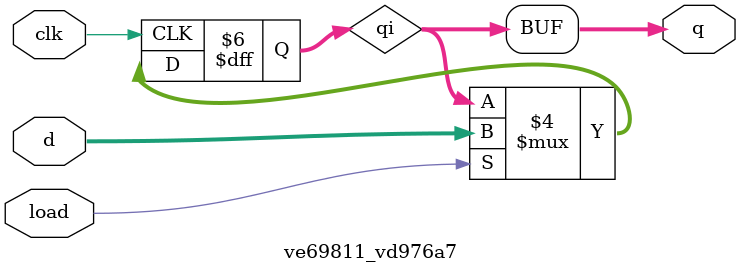
<source format=v>

`default_nettype none

module main #(
 parameter vddb82f = 6,
 parameter vc30b1e = 1,
 parameter v30ea05 = -1
) (
 input vf05a85,
 input vclk,
 output [7:0] ve22259
);
 localparam p2 = vc30b1e;
 localparam p5 = v30ea05;
 localparam p7 = vddb82f;
 wire [0:7] w0;
 wire w1;
 wire [0:2] w3;
 wire w4;
 wire [0:2] w6;
 wire [0:2] w8;
 wire w9;
 wire w10;
 wire w11;
 wire [0:2] w12;
 wire w13;
 wire w14;
 wire [0:2] w15;
 wire [0:2] w16;
 assign ve22259 = w0;
 assign w4 = vf05a85;
 assign w9 = vclk;
 assign w10 = vclk;
 assign w11 = vclk;
 assign w10 = w9;
 assign w11 = w9;
 assign w11 = w10;
 assign w16 = w15;
 vfebcfe v4f701d (
  .v9fb85f(w1)
 );
 v4898bb vc16890 (
  .v55e830(w8),
  .v2507ea(w12),
  .v7b6a12(w15)
 );
 v7b367d #(
  .vc5c8ea(p2)
 ) vaf013b (
  .vc35126(w3)
 );
 v8372ad v4b989f (
  .ve87ff0(w3),
  .vfbb19e(w6),
  .v10fd2d(w8),
  .v2d3366(w14)
 );
 v7b367d #(
  .vc5c8ea(p5)
 ) v608e6a (
  .vc35126(w6)
 );
 v1a273c v89f860 (
  .vbfc190(w0),
  .v27dec4(w1),
  .v292458(w16)
 );
 v1f0e88 #(
  .v93035e(p7)
 ) v9d85e5 (
  .v6dda25(w9),
  .v4642b6(w13)
 );
 v5018a6 v3ff3b2 (
  .vd9601b(w4),
  .vfde3d7(w10),
  .v157a67(w14)
 );
 ve69811 v6de73b (
  .v9e41c3(w11),
  .v8e4159(w12),
  .v23125b(w13),
  .ve6fa88(w15)
 );
endmodule

//---- Top entity
module vfebcfe (
 output v9fb85f
);
 wire w0;
 assign v9fb85f = w0;
 vfebcfe_vb2eccd vb2eccd (
  .q(w0)
 );
endmodule

//---------------------------------------------------
//-- bit-1
//-- - - - - - - - - - - - - - - - - - - - - - - - --
//-- Constant bit 1
//---------------------------------------------------

module vfebcfe_vb2eccd (
 output q
);
 //-- Constant bit-1
 assign q = 1'b1;
 
 
endmodule
//---- Top entity
module v4898bb (
 input [2:0] v55e830,
 input [2:0] v7b6a12,
 output v4642b6,
 output [2:0] v2507ea
);
 wire w0;
 wire w1;
 wire w2;
 wire [0:2] w3;
 wire [0:2] w4;
 wire [0:2] w5;
 wire w6;
 wire w7;
 wire w8;
 wire w9;
 wire w10;
 wire w11;
 wire w12;
 wire w13;
 wire w14;
 assign w3 = v7b6a12;
 assign w4 = v55e830;
 assign v2507ea = w5;
 assign v4642b6 = w8;
 v1ea21d vdbe125 (
  .v4642b6(w0),
  .v8e8a67(w2),
  .v27dec4(w12),
  .v82de4f(w14)
 );
 vad119b vb8ad86 (
  .v0ef266(w0),
  .v8e8a67(w1),
  .v4642b6(w6),
  .v27dec4(w11),
  .v82de4f(w13)
 );
 v9a2795 v9365c0 (
  .vdee7c7(w3),
  .vda577d(w10),
  .v3f8943(w13),
  .v64d863(w14)
 );
 v9a2795 v90e346 (
  .vdee7c7(w4),
  .vda577d(w9),
  .v3f8943(w11),
  .v64d863(w12)
 );
 v2b9b8c v066958 (
  .vee8a83(w1),
  .v03aaf0(w2),
  .ve52f8a(w5),
  .vf8041d(w7)
 );
 vad119b v5d29b2 (
  .v0ef266(w6),
  .v8e8a67(w7),
  .v4642b6(w8),
  .v27dec4(w9),
  .v82de4f(w10)
 );
endmodule

//---------------------------------------------------
//-- Adder-3bits
//-- - - - - - - - - - - - - - - - - - - - - - - - --
//-- Adder-3bits: Adder of two operands of 3 bits
//---------------------------------------------------
//---- Top entity
module v1ea21d (
 input v27dec4,
 input v82de4f,
 output v4642b6,
 output v8e8a67
);
 wire w0;
 wire w1;
 wire w2;
 wire w3;
 wire w4;
 assign w0 = v82de4f;
 assign w1 = v27dec4;
 assign v4642b6 = w3;
 assign v8e8a67 = w4;
 vad119b vb820a1 (
  .v82de4f(w0),
  .v27dec4(w1),
  .v0ef266(w2),
  .v4642b6(w3),
  .v8e8a67(w4)
 );
 vd30ca9 v23ebb6 (
  .v9fb85f(w2)
 );
endmodule

//---------------------------------------------------
//-- Adder-1bit
//-- - - - - - - - - - - - - - - - - - - - - - - - --
//-- Adder-1bit: Adder of two operands of 1 bit
//---------------------------------------------------
//---- Top entity
module vad119b (
 input v27dec4,
 input v82de4f,
 input v0ef266,
 output v4642b6,
 output v8e8a67
);
 wire w0;
 wire w1;
 wire w2;
 wire w3;
 wire w4;
 wire w5;
 wire w6;
 wire w7;
 wire w8;
 wire w9;
 wire w10;
 wire w11;
 assign v8e8a67 = w1;
 assign v4642b6 = w5;
 assign w6 = v27dec4;
 assign w7 = v27dec4;
 assign w8 = v82de4f;
 assign w9 = v82de4f;
 assign w10 = v0ef266;
 assign w11 = v0ef266;
 assign w2 = w0;
 assign w7 = w6;
 assign w9 = w8;
 assign w11 = w10;
 vd12401 v2e3d9f (
  .vcbab45(w0),
  .v0e28cb(w7),
  .v3ca442(w9)
 );
 vd12401 vb50462 (
  .v0e28cb(w0),
  .vcbab45(w1),
  .v3ca442(w11)
 );
 vba518e v4882f4 (
  .v3ca442(w2),
  .vcbab45(w3),
  .v0e28cb(w10)
 );
 vba518e v8fcf41 (
  .vcbab45(w4),
  .v0e28cb(w6),
  .v3ca442(w8)
 );
 v873425 vc5b8b9 (
  .v3ca442(w3),
  .v0e28cb(w4),
  .vcbab45(w5)
 );
endmodule

//---------------------------------------------------
//-- AdderC-1bit
//-- - - - - - - - - - - - - - - - - - - - - - - - --
//-- AdderC-1bit: Adder of two operands of 1 bit plus the carry in
//---------------------------------------------------
//---- Top entity
module vd12401 (
 input v0e28cb,
 input v3ca442,
 output vcbab45
);
 wire w0;
 wire w1;
 wire w2;
 assign w0 = v0e28cb;
 assign w1 = v3ca442;
 assign vcbab45 = w2;
 vd12401_vf4938a vf4938a (
  .a(w0),
  .b(w1),
  .c(w2)
 );
endmodule

//---------------------------------------------------
//-- XOR2
//-- - - - - - - - - - - - - - - - - - - - - - - - --
//-- XOR gate: two bits input xor gate
//---------------------------------------------------

module vd12401_vf4938a (
 input a,
 input b,
 output c
);
 //-- XOR gate
 //-- Verilog implementation
 
 assign c = a ^ b;
 
endmodule
//---- Top entity
module vba518e (
 input v0e28cb,
 input v3ca442,
 output vcbab45
);
 wire w0;
 wire w1;
 wire w2;
 assign w0 = v0e28cb;
 assign w1 = v3ca442;
 assign vcbab45 = w2;
 vba518e_vf4938a vf4938a (
  .a(w0),
  .b(w1),
  .c(w2)
 );
endmodule

//---------------------------------------------------
//-- AND2
//-- - - - - - - - - - - - - - - - - - - - - - - - --
//-- Two bits input And gate
//---------------------------------------------------

module vba518e_vf4938a (
 input a,
 input b,
 output c
);
 //-- AND gate
 //-- Verilog implementation
 
 assign c = a & b;
 
endmodule
//---- Top entity
module v873425 (
 input v0e28cb,
 input v3ca442,
 output vcbab45
);
 wire w0;
 wire w1;
 wire w2;
 assign w0 = v0e28cb;
 assign w1 = v3ca442;
 assign vcbab45 = w2;
 v873425_vf4938a vf4938a (
  .a(w0),
  .b(w1),
  .c(w2)
 );
endmodule

//---------------------------------------------------
//-- OR2
//-- - - - - - - - - - - - - - - - - - - - - - - - --
//-- OR2: Two bits input OR gate
//---------------------------------------------------

module v873425_vf4938a (
 input a,
 input b,
 output c
);
 //-- OR Gate
 //-- Verilog implementation
 
 assign c = a | b;
 
 
endmodule
//---- Top entity
module vd30ca9 (
 output v9fb85f
);
 wire w0;
 assign v9fb85f = w0;
 vd30ca9_vb2eccd vb2eccd (
  .q(w0)
 );
endmodule

//---------------------------------------------------
//-- bit-0
//-- - - - - - - - - - - - - - - - - - - - - - - - --
//-- Constant bit 0
//---------------------------------------------------

module vd30ca9_vb2eccd (
 output q
);
 //-- Constant bit-0
 assign q = 1'b0;
 
 
endmodule
//---- Top entity
module v9a2795 (
 input [2:0] vdee7c7,
 output vda577d,
 output v3f8943,
 output v64d863
);
 wire w0;
 wire w1;
 wire [0:2] w2;
 wire w3;
 assign v3f8943 = w0;
 assign v64d863 = w1;
 assign w2 = vdee7c7;
 assign vda577d = w3;
 v9a2795_v9a2a06 v9a2a06 (
  .o1(w0),
  .o0(w1),
  .i(w2),
  .o2(w3)
 );
endmodule

//---------------------------------------------------
//-- Bus3-Split-all
//-- - - - - - - - - - - - - - - - - - - - - - - - --
//-- Bus3-Split-all: Split the 3-bits bus into three wires
//---------------------------------------------------

module v9a2795_v9a2a06 (
 input [2:0] i,
 output o2,
 output o1,
 output o0
);
 assign o2 = i[2];
 assign o1 = i[1];
 assign o0 = i[0];
endmodule
//---- Top entity
module v2b9b8c (
 input vf8041d,
 input vee8a83,
 input v03aaf0,
 output [2:0] ve52f8a
);
 wire w0;
 wire w1;
 wire [0:2] w2;
 wire w3;
 assign w0 = vee8a83;
 assign w1 = v03aaf0;
 assign ve52f8a = w2;
 assign w3 = vf8041d;
 v2b9b8c_v9a2a06 v9a2a06 (
  .i1(w0),
  .i0(w1),
  .o(w2),
  .i2(w3)
 );
endmodule

//---------------------------------------------------
//-- Bus3-Join-all
//-- - - - - - - - - - - - - - - - - - - - - - - - --
//-- Bus3-Join-all: Joint three wires into a 3-bits Bus
//---------------------------------------------------

module v2b9b8c_v9a2a06 (
 input i2,
 input i1,
 input i0,
 output [2:0] o
);
 assign o = {i2, i1, i0};
 
endmodule
//---- Top entity
module v7b367d #(
 parameter vc5c8ea = 0
) (
 output [2:0] vc35126
);
 localparam p0 = vc5c8ea;
 wire [0:2] w1;
 assign vc35126 = w1;
 v7b367d_v465065 #(
  .VALUE(p0)
 ) v465065 (
  .k(w1)
 );
endmodule

//---------------------------------------------------
//-- 3-bits-gen-constant
//-- - - - - - - - - - - - - - - - - - - - - - - - --
//-- Generic: 3-bits generic constant (0-7)
//---------------------------------------------------

module v7b367d_v465065 #(
 parameter VALUE = 0
) (
 output [2:0] k
);
 assign k = VALUE;
endmodule
//---- Top entity
module v8372ad (
 input [2:0] vfbb19e,
 input [2:0] ve87ff0,
 input v2d3366,
 output [2:0] v10fd2d
);
 wire w0;
 wire w1;
 wire [0:2] w2;
 wire w3;
 wire [0:2] w4;
 wire [0:2] w5;
 wire w6;
 wire w7;
 wire w8;
 wire w9;
 wire w10;
 wire w11;
 wire w12;
 wire w13;
 wire w14;
 assign v10fd2d = w2;
 assign w4 = ve87ff0;
 assign w5 = vfbb19e;
 assign w8 = v2d3366;
 assign w9 = v2d3366;
 assign w10 = v2d3366;
 assign w9 = w8;
 assign w10 = w8;
 assign w10 = w9;
 vd0c4e5 v6d94c9 (
  .v030ad0(w0),
  .v2d3366(w9),
  .v27dec4(w11),
  .vb192d0(w13)
 );
 vd0c4e5 vebe465 (
  .v030ad0(w1),
  .v2d3366(w10),
  .v27dec4(w12),
  .vb192d0(w14)
 );
 v2b9b8c v2e0cad (
  .vee8a83(w0),
  .v03aaf0(w1),
  .ve52f8a(w2),
  .vf8041d(w3)
 );
 vd0c4e5 ve1c21f (
  .v030ad0(w3),
  .v27dec4(w6),
  .vb192d0(w7),
  .v2d3366(w8)
 );
 v9a2795 vf4018e (
  .vdee7c7(w4),
  .vda577d(w7),
  .v3f8943(w13),
  .v64d863(w14)
 );
 v9a2795 v44baf0 (
  .vdee7c7(w5),
  .vda577d(w6),
  .v3f8943(w11),
  .v64d863(w12)
 );
endmodule

//---------------------------------------------------
//-- 3-bits-Mux-2-1
//-- - - - - - - - - - - - - - - - - - - - - - - - --
//-- 2-to-1 Multplexer (3-bit channels)
//---------------------------------------------------
//---- Top entity
module vd0c4e5 (
 input v27dec4,
 input vb192d0,
 input v2d3366,
 output v030ad0
);
 wire w0;
 wire w1;
 wire w2;
 wire w3;
 wire w4;
 wire w5;
 wire w6;
 wire w7;
 assign v030ad0 = w0;
 assign w2 = v2d3366;
 assign w3 = v2d3366;
 assign w6 = v27dec4;
 assign w7 = vb192d0;
 assign w3 = w2;
 v873425 vaaee1f (
  .vcbab45(w0),
  .v0e28cb(w1),
  .v3ca442(w4)
 );
 vba518e v569873 (
  .vcbab45(w1),
  .v3ca442(w2),
  .v0e28cb(w6)
 );
 v3676a0 v1f00ae (
  .v0e28cb(w3),
  .vcbab45(w5)
 );
 vba518e vc8527f (
  .vcbab45(w4),
  .v3ca442(w5),
  .v0e28cb(w7)
 );
endmodule

//---------------------------------------------------
//-- Mux-2-1
//-- - - - - - - - - - - - - - - - - - - - - - - - --
//-- 2-to-1 Multplexer (1-bit channels)
//---------------------------------------------------
//---- Top entity
module v3676a0 (
 input v0e28cb,
 output vcbab45
);
 wire w0;
 wire w1;
 assign w0 = v0e28cb;
 assign vcbab45 = w1;
 v3676a0_vd54ca1 vd54ca1 (
  .a(w0),
  .q(w1)
 );
endmodule

//---------------------------------------------------
//-- NOT
//-- - - - - - - - - - - - - - - - - - - - - - - - --
//-- NOT gate (Verilog implementation)
//---------------------------------------------------

module v3676a0_vd54ca1 (
 input a,
 output q
);
 //-- NOT Gate
 assign q = ~a;
 
 
endmodule
//---- Top entity
module v1a273c (
 input v27dec4,
 input [2:0] v292458,
 output [7:0] vbfc190
);
 wire [0:2] w0;
 wire w1;
 wire w2;
 wire w3;
 wire w4;
 wire w5;
 wire w6;
 wire w7;
 wire w8;
 wire w9;
 wire [0:7] w10;
 assign w0 = v292458;
 assign w1 = v27dec4;
 assign vbfc190 = w10;
 v3407b9 v3a6ef8 (
  .v7bca47(w2),
  .v9a82b6(w3),
  .v703213(w4),
  .vefa3a9(w5),
  .vd84a57(w6),
  .vf8041d(w7),
  .vee8a83(w8),
  .v03aaf0(w9),
  .va9ac17(w10)
 );
 v989d67 v39751a (
  .v292458(w0),
  .v27dec4(w1),
  .v37b32f(w2),
  .v249c9d(w3),
  .va5e8c8(w4),
  .v5824a9(w5),
  .ve48246(w6),
  .v8b3e73(w7),
  .v030ad0(w8),
  .vd53c9c(w9)
 );
endmodule

//---------------------------------------------------
//-- DeMux-1-8-Bus
//-- - - - - - - - - - - - - - - - - - - - - - - - --
//-- 1-to-8 DeMultplexer (1-bit channels) (Output grouped in a bus)
//---------------------------------------------------
//---- Top entity
module v3407b9 (
 input v7bca47,
 input v9a82b6,
 input v703213,
 input vefa3a9,
 input vd84a57,
 input vf8041d,
 input vee8a83,
 input v03aaf0,
 output [7:0] va9ac17
);
 wire w0;
 wire w1;
 wire w2;
 wire w3;
 wire [0:7] w4;
 wire w5;
 wire w6;
 wire w7;
 wire w8;
 assign w0 = vee8a83;
 assign w1 = v03aaf0;
 assign w2 = vf8041d;
 assign w3 = vd84a57;
 assign va9ac17 = w4;
 assign w5 = vefa3a9;
 assign w6 = v703213;
 assign w7 = v9a82b6;
 assign w8 = v7bca47;
 v3407b9_v9a2a06 v9a2a06 (
  .i1(w0),
  .i0(w1),
  .i2(w2),
  .i3(w3),
  .o(w4),
  .i4(w5),
  .i5(w6),
  .i6(w7),
  .i7(w8)
 );
endmodule

//---------------------------------------------------
//-- Bus8-Join-all
//-- - - - - - - - - - - - - - - - - - - - - - - - --
//-- Bus8-Join-all: Join all the wires into a 8-bits Bus
//---------------------------------------------------

module v3407b9_v9a2a06 (
 input i7,
 input i6,
 input i5,
 input i4,
 input i3,
 input i2,
 input i1,
 input i0,
 output [7:0] o
);
 assign o = {i7, i6, i5, i4, i3, i2, i1, i0};
 
endmodule
//---- Top entity
module v989d67 (
 input v27dec4,
 input [2:0] v292458,
 output v37b32f,
 output v249c9d,
 output va5e8c8,
 output v5824a9,
 output ve48246,
 output v8b3e73,
 output v030ad0,
 output vd53c9c
);
 wire w0;
 wire w1;
 wire [0:2] w2;
 wire w3;
 wire w4;
 wire w5;
 wire w6;
 wire w7;
 wire w8;
 wire w9;
 wire w10;
 wire w11;
 wire w12;
 wire w13;
 wire w14;
 wire w15;
 wire w16;
 wire w17;
 wire w18;
 wire w19;
 wire w20;
 wire w21;
 wire w22;
 assign w2 = v292458;
 assign vd53c9c = w4;
 assign v030ad0 = w5;
 assign v8b3e73 = w7;
 assign ve48246 = w8;
 assign v5824a9 = w9;
 assign va5e8c8 = w10;
 assign v249c9d = w11;
 assign v37b32f = w12;
 assign w21 = v27dec4;
 assign w16 = w15;
 assign w17 = w15;
 assign w17 = w16;
 assign w18 = w15;
 assign w18 = w16;
 assign w18 = w17;
 assign w20 = w19;
 v6307bd v1f4fa3 (
  .v27dec4(w0),
  .vd53c9c(w13),
  .v030ad0(w14),
  .vb192d0(w19)
 );
 v6307bd vaaa5ae (
  .v030ad0(w0),
  .vd53c9c(w1),
  .v27dec4(w21),
  .vb192d0(w22)
 );
 v6307bd va8aa75 (
  .v27dec4(w1),
  .vd53c9c(w3),
  .v030ad0(w6),
  .vb192d0(w20)
 );
 v9a2795 vf694da (
  .vdee7c7(w2),
  .v64d863(w15),
  .v3f8943(w19),
  .vda577d(w22)
 );
 v6307bd v33cddb (
  .v27dec4(w3),
  .vd53c9c(w4),
  .v030ad0(w5),
  .vb192d0(w18)
 );
 v6307bd vc8137f (
  .v27dec4(w6),
  .vd53c9c(w7),
  .v030ad0(w8),
  .vb192d0(w17)
 );
 v6307bd v8c057b (
  .vd53c9c(w9),
  .v030ad0(w10),
  .v27dec4(w13),
  .vb192d0(w16)
 );
 v6307bd v1deec8 (
  .vd53c9c(w11),
  .v030ad0(w12),
  .v27dec4(w14),
  .vb192d0(w15)
 );
endmodule

//---------------------------------------------------
//-- DeMux-1-8
//-- - - - - - - - - - - - - - - - - - - - - - - - --
//-- 1-to-8 DeMultplexer (1-bit channels)
//---------------------------------------------------
//---- Top entity
module v6307bd (
 input v27dec4,
 input vb192d0,
 output v030ad0,
 output vd53c9c
);
 wire w0;
 wire w1;
 wire w2;
 wire w3;
 wire w4;
 wire w5;
 wire w6;
 assign v030ad0 = w0;
 assign vd53c9c = w1;
 assign w3 = v27dec4;
 assign w4 = v27dec4;
 assign w5 = vb192d0;
 assign w6 = vb192d0;
 assign w4 = w3;
 assign w6 = w5;
 vba518e vb523bf (
  .vcbab45(w0),
  .v0e28cb(w3),
  .v3ca442(w6)
 );
 v3676a0 vde5c93 (
  .vcbab45(w2),
  .v0e28cb(w5)
 );
 vba518e vf65161 (
  .vcbab45(w1),
  .v3ca442(w2),
  .v0e28cb(w4)
 );
endmodule

//---------------------------------------------------
//-- DeMux-1-2
//-- - - - - - - - - - - - - - - - - - - - - - - - --
//-- 1-to-2 DeMultplexer (1-bit channels)
//---------------------------------------------------
//---- Top entity
module v1f0e88 #(
 parameter v5c678e = 12_000_000,
 parameter v93035e = 1
) (
 input v6dda25,
 output v4642b6
);
 localparam p0 = v93035e;
 localparam p1 = v5c678e;
 wire w2;
 wire w3;
 wire [0:31] w4;
 assign w2 = v6dda25;
 assign v4642b6 = w3;
 vc6c2eb #(
  .v7e2e6d(p0),
  .vb310e3(p1)
 ) v618169 (
  .v88811d(w4)
 );
 v9cd840 v7d4983 (
  .v6dda25(w2),
  .v4642b6(w3),
  .vdd8a3d(w4)
 );
endmodule

//---------------------------------------------------
//-- Simplified-Heart-tic-hz-32bits
//-- - - - - - - - - - - - - - - - - - - - - - - - --
//-- Simplified-Heart-tic-hz-sys-32bits: Nominal periodic signal in hz
//---------------------------------------------------
//---- Top entity
module vc6c2eb #(
 parameter vb310e3 = 12000000,
 parameter v7e2e6d = 1
) (
 output [31:0] v88811d
);
 localparam p0 = vb310e3;
 localparam p2 = v7e2e6d;
 wire [0:31] w1;
 assign v88811d = w1;
 vc6c2eb_vb4f23b #(
  .F(p0),
  .HZ(p2)
 ) vb4f23b (
  .n(w1)
 );
endmodule

//---------------------------------------------------
//-- Unit-hz-32bits
//-- - - - - - - - - - - - - - - - - - - - - - - - --
//-- Unit-hz-32bits: hz to cycles converter
//---------------------------------------------------

module vc6c2eb_vb4f23b #(
 parameter F = 0,
 parameter HZ = 0
) (
 output [31:0] n
);
 localparam Cycles = $ceil(F / HZ);
 
 assign n = Cycles;
 
 
endmodule
//---- Top entity
module v9cd840 (
 input v6dda25,
 input [31:0] vdd8a3d,
 output v298468,
 output [31:0] vdb018a,
 output v4642b6
);
 wire w0;
 wire w1;
 wire w2;
 wire w3;
 wire w4;
 wire [0:31] w5;
 wire [0:31] w6;
 wire w7;
 wire w8;
 assign w2 = v6dda25;
 assign w3 = v6dda25;
 assign v298468 = w4;
 assign vdb018a = w5;
 assign w6 = vdd8a3d;
 assign v4642b6 = w7;
 assign w3 = w2;
 assign w8 = w7;
 v873425 v5ca286 (
  .vcbab45(w0),
  .v0e28cb(w1),
  .v3ca442(w8)
 );
 ve1fb38 vd76610 (
  .vd6d696(w0),
  .v251484(w2),
  .v4642b6(w4),
  .v369b88(w5),
  .v16d4c6(w6),
  .ve485b0(w7)
 );
 v12181a v2eb2f6 (
  .v4642b6(w1),
  .vd6bebe(w3)
 );
endmodule

//---------------------------------------------------
//-- Heart-sys-zero-32bits
//-- - - - - - - - - - - - - - - - - - - - - - - - --
//-- Heart-sys-zero-32bits: Generate a periodic signal of period T cycles. It starts at cycle 0. It never stops
//---------------------------------------------------
//---- Top entity
module ve1fb38 (
 input v251484,
 input [31:0] v16d4c6,
 input vd6d696,
 output v4642b6,
 output [31:0] v369b88,
 output ve485b0
);
 wire w0;
 wire w1;
 wire w2;
 wire w3;
 wire w4;
 wire [0:31] w5;
 wire w6;
 wire w7;
 wire w8;
 wire [0:31] w9;
 assign v4642b6 = w0;
 assign w2 = v251484;
 assign w3 = v251484;
 assign w4 = vd6d696;
 assign w5 = v16d4c6;
 assign ve485b0 = w8;
 assign v369b88 = w9;
 assign w1 = w0;
 assign w3 = w2;
 assign w7 = w6;
 assign w8 = w6;
 assign w8 = w7;
 vee22ae v0c70e9 (
  .v3dc29f(w1),
  .v6dda25(w3),
  .vd6b9df(w5),
  .vd1077b(w6),
  .vafbfaf(w7),
  .vd8c74e(w9)
 );
 vef2764 v6c1af0 (
  .v4642b6(w0),
  .v6dda25(w2),
  .v27dec4(w4),
  .v92a149(w6)
 );
endmodule

//---------------------------------------------------
//-- Sys-Delay-xN-32bits
//-- - - - - - - - - - - - - - - - - - - - - - - - --
//-- Sys-Delay-xN-32bits: The input tic is delayed N cycles
//---------------------------------------------------
//---- Top entity
module vee22ae #(
 parameter vc0bbb5 = 0
) (
 input v6dda25,
 input vafbfaf,
 input [31:0] vd6b9df,
 input v3dc29f,
 output [31:0] vd8c74e,
 output vd1077b
);
 localparam p3 = vc0bbb5;
 wire w0;
 wire w1;
 wire [0:31] w2;
 wire [0:31] w4;
 wire w5;
 wire [0:31] w6;
 wire [0:31] w7;
 wire w8;
 wire w9;
 wire w10;
 wire [0:31] w11;
 wire w12;
 wire w13;
 assign w5 = v6dda25;
 assign vd8c74e = w6;
 assign w8 = vafbfaf;
 assign vd1077b = w9;
 assign w11 = vd6b9df;
 assign w12 = v3dc29f;
 assign w13 = v3dc29f;
 assign w4 = w2;
 assign w7 = w6;
 assign w10 = w9;
 assign w13 = w12;
 vba518e v3611b7 (
  .vcbab45(w1),
  .v3ca442(w10),
  .v0e28cb(w12)
 );
 v873425 ve0ac7d (
  .vcbab45(w0),
  .v3ca442(w1),
  .v0e28cb(w8)
 );
 v0906c2 v9573bf (
  .v9d71f2(w2),
  .v95222c(w7)
 );
 va63735 va6a503 (
  .v1069e2(w4),
  .v4642b6(w9),
  .vd448df(w11)
 );
 vd5bdd7 #(
  .v4800df(p3)
 ) v49149b (
  .va5013b(w0),
  .v9406e4(w2),
  .v6dda25(w5),
  .v4db459(w6),
  .v23125b(w13)
 );
endmodule

//---------------------------------------------------
//-- Counter-M-rst-x32
//-- - - - - - - - - - - - - - - - - - - - - - - - --
//-- Counter-M-x32: 32-bits M module counter with reset
//---------------------------------------------------
//---- Top entity
module v0906c2 #(
 parameter v6c5139 = 1
) (
 input [31:0] v95222c,
 output v4642b6,
 output [31:0] v9d71f2
);
 localparam p1 = v6c5139;
 wire w0;
 wire [0:31] w2;
 wire [0:31] w3;
 assign v4642b6 = w0;
 assign w2 = v95222c;
 assign v9d71f2 = w3;
 v3c5f22 #(
  .vd73390(p1)
 ) v3ec2b4 (
  .v4642b6(w0),
  .v56e20b(w2),
  .vc89e4a(w3)
 );
endmodule

//---------------------------------------------------
//-- Inc1-32bits
//-- - - - - - - - - - - - - - - - - - - - - - - - --
//-- Inc1-32bit: Increment a 32-bits number by one
//---------------------------------------------------
//---- Top entity
module v3c5f22 #(
 parameter vd73390 = 0
) (
 input [31:0] v56e20b,
 output v4642b6,
 output [31:0] vc89e4a
);
 localparam p1 = vd73390;
 wire w0;
 wire [0:31] w2;
 wire [0:31] w3;
 wire [0:31] w4;
 assign v4642b6 = w0;
 assign w3 = v56e20b;
 assign vc89e4a = w4;
 v959751 #(
  .vc5c8ea(p1)
 ) v389b9e (
  .vbc97e4(w2)
 );
 vf25742 v14cd53 (
  .v4642b6(w0),
  .v7bf4f3(w2),
  .vc67cc0(w3),
  .vc16efd(w4)
 );
endmodule

//---------------------------------------------------
//-- AdderK-32bits
//-- - - - - - - - - - - - - - - - - - - - - - - - --
//-- AdderK-32bit: Adder of 32-bit operand and 32-bit constant
//---------------------------------------------------
//---- Top entity
module v959751 #(
 parameter vc5c8ea = 0
) (
 output [31:0] vbc97e4
);
 localparam p0 = vc5c8ea;
 wire [0:31] w1;
 assign vbc97e4 = w1;
 v959751_v465065 #(
  .VALUE(p0)
 ) v465065 (
  .k(w1)
 );
endmodule

//---------------------------------------------------
//-- 32-bits-gen-constant
//-- - - - - - - - - - - - - - - - - - - - - - - - --
//-- Generic: 32-bits generic constant
//---------------------------------------------------

module v959751_v465065 #(
 parameter VALUE = 0
) (
 output [31:0] k
);
 assign k = VALUE;
endmodule
//---- Top entity
module vf25742 (
 input [31:0] v7bf4f3,
 input [31:0] vc67cc0,
 output v4642b6,
 output [31:0] vc16efd
);
 wire w0;
 wire [0:7] w1;
 wire [0:7] w2;
 wire w3;
 wire [0:15] w4;
 wire [0:7] w5;
 wire w6;
 wire [0:23] w7;
 wire w8;
 wire [0:31] w9;
 wire [0:23] w10;
 wire [0:15] w11;
 wire [0:31] w12;
 wire [0:23] w13;
 wire [0:15] w14;
 wire [0:7] w15;
 wire [0:31] w16;
 wire [0:7] w17;
 wire [0:7] w18;
 wire [0:7] w19;
 wire [0:7] w20;
 wire [0:7] w21;
 wire [0:7] w22;
 wire [0:7] w23;
 wire [0:7] w24;
 assign v4642b6 = w8;
 assign w9 = vc67cc0;
 assign w12 = v7bf4f3;
 assign vc16efd = w16;
 vcb23aa v8e0bba (
  .v4642b6(w0),
  .v62bf25(w2),
  .v39966a(w21),
  .veb2f59(w24)
 );
 vc3c498 v917bbf (
  .vb9cfc3(w0),
  .veeaa8e(w1),
  .v4642b6(w3),
  .v45c6ee(w20),
  .v20212e(w23)
 );
 v8cc49c v03c3e3 (
  .vb334ae(w1),
  .v2b8a97(w2),
  .v14a530(w4)
 );
 vc3c498 vf0db78 (
  .vb9cfc3(w3),
  .veeaa8e(w5),
  .v4642b6(w6),
  .v45c6ee(w18),
  .v20212e(w22)
 );
 va52e3b v67022b (
  .vbf8961(w4),
  .vf7d213(w5),
  .v6d326e(w7)
 );
 vdf0f3f v2bc38d (
  .ve841af(w9),
  .v6eb35c(w10),
  .vc6471a(w24)
 );
 vab13f0 v750bb9 (
  .vb18564(w10),
  .vf0a06e(w11),
  .v5246f6(w23)
 );
 v306ca3 vb8499e (
  .v91b9c1(w11),
  .vef5eee(w19),
  .vd3ef3b(w22)
 );
 vdf0f3f vec80d3 (
  .ve841af(w12),
  .v6eb35c(w13),
  .vc6471a(w21)
 );
 vab13f0 v0d470e (
  .vb18564(w13),
  .vf0a06e(w14),
  .v5246f6(w20)
 );
 v306ca3 vd19231 (
  .v91b9c1(w14),
  .vef5eee(w17),
  .vd3ef3b(w18)
 );
 vc3c498 v2c17f7 (
  .vb9cfc3(w6),
  .v4642b6(w8),
  .veeaa8e(w15),
  .v45c6ee(w17),
  .v20212e(w19)
 );
 vab06af v6d700b (
  .v7df8bd(w7),
  .vea9d11(w15),
  .v7d0a31(w16)
 );
endmodule

//---------------------------------------------------
//-- Adder-32bits
//-- - - - - - - - - - - - - - - - - - - - - - - - --
//-- Adder-32bits: Adder of two operands of 32 bits
//---------------------------------------------------
//---- Top entity
module vcb23aa (
 input [7:0] v39966a,
 input [7:0] veb2f59,
 output v4642b6,
 output [7:0] v62bf25
);
 wire [0:7] w0;
 wire [0:7] w1;
 wire [0:3] w2;
 wire [0:3] w3;
 wire [0:7] w4;
 wire w5;
 wire w6;
 wire [0:3] w7;
 wire [0:3] w8;
 wire [0:3] w9;
 wire [0:3] w10;
 assign w0 = veb2f59;
 assign w1 = v39966a;
 assign v62bf25 = w4;
 assign v4642b6 = w5;
 v6bdcd9 vd88c66 (
  .vcc8c7c(w0),
  .v651522(w9),
  .v2cc41f(w10)
 );
 v6bdcd9 v26a0bb (
  .vcc8c7c(w1),
  .v651522(w7),
  .v2cc41f(w8)
 );
 v25966b v9ea427 (
  .v817794(w3),
  .v4642b6(w6),
  .v0550b6(w8),
  .v24708e(w10)
 );
 vafb28f vc75346 (
  .v515fe7(w2),
  .v3c88fc(w3),
  .va9ac17(w4)
 );
 va1ce30 v40c17f (
  .v817794(w2),
  .v4642b6(w5),
  .vb9cfc3(w6),
  .v0550b6(w7),
  .v24708e(w9)
 );
endmodule

//---------------------------------------------------
//-- Adder-8bits
//-- - - - - - - - - - - - - - - - - - - - - - - - --
//-- Adder-8bits: Adder of two operands of 8 bits
//---------------------------------------------------
//---- Top entity
module v6bdcd9 (
 input [7:0] vcc8c7c,
 output [3:0] v651522,
 output [3:0] v2cc41f
);
 wire [0:3] w0;
 wire [0:3] w1;
 wire [0:7] w2;
 assign v651522 = w0;
 assign v2cc41f = w1;
 assign w2 = vcc8c7c;
 v6bdcd9_v9a2a06 v9a2a06 (
  .o1(w0),
  .o0(w1),
  .i(w2)
 );
endmodule

//---------------------------------------------------
//-- Bus8-Split-half
//-- - - - - - - - - - - - - - - - - - - - - - - - --
//-- Bus8-Split-half: Split the 8-bits bus into two buses of the same size
//---------------------------------------------------

module v6bdcd9_v9a2a06 (
 input [7:0] i,
 output [3:0] o1,
 output [3:0] o0
);
 assign o1 = i[7:4];
 assign o0 = i[3:0];
endmodule
//---- Top entity
module v25966b (
 input [3:0] v0550b6,
 input [3:0] v24708e,
 output v4642b6,
 output [3:0] v817794
);
 wire w0;
 wire w1;
 wire w2;
 wire w3;
 wire w4;
 wire [0:3] w5;
 wire [0:3] w6;
 wire [0:3] w7;
 wire w8;
 wire w9;
 wire w10;
 wire w11;
 wire w12;
 wire w13;
 wire w14;
 wire w15;
 wire w16;
 wire w17;
 wire w18;
 assign w5 = v24708e;
 assign w6 = v0550b6;
 assign v817794 = w7;
 assign v4642b6 = w9;
 v1ea21d vdbe125 (
  .v4642b6(w0),
  .v8e8a67(w2),
  .v27dec4(w15),
  .v82de4f(w18)
 );
 vad119b vb8ad86 (
  .v0ef266(w0),
  .v8e8a67(w1),
  .v4642b6(w3),
  .v27dec4(w14),
  .v82de4f(w17)
 );
 vad119b v5d29b2 (
  .v0ef266(w3),
  .v8e8a67(w4),
  .v4642b6(w8),
  .v27dec4(w12),
  .v82de4f(w16)
 );
 vc4f23a vf4a6ff (
  .v985fcb(w5),
  .v4f1fd3(w13),
  .vda577d(w16),
  .v3f8943(w17),
  .v64d863(w18)
 );
 vc4f23a v9d4632 (
  .v985fcb(w6),
  .v4f1fd3(w11),
  .vda577d(w12),
  .v3f8943(w14),
  .v64d863(w15)
 );
 v84f0a1 v140dbf (
  .vee8a83(w1),
  .v03aaf0(w2),
  .vf8041d(w4),
  .v11bca5(w7),
  .vd84a57(w10)
 );
 vad119b v5c5937 (
  .v0ef266(w8),
  .v4642b6(w9),
  .v8e8a67(w10),
  .v27dec4(w11),
  .v82de4f(w13)
 );
endmodule

//---------------------------------------------------
//-- Adder-4bits
//-- - - - - - - - - - - - - - - - - - - - - - - - --
//-- Adder-4bits: Adder of two operands of 4 bits
//---------------------------------------------------
//---- Top entity
module vc4f23a (
 input [3:0] v985fcb,
 output v4f1fd3,
 output vda577d,
 output v3f8943,
 output v64d863
);
 wire w0;
 wire w1;
 wire w2;
 wire w3;
 wire [0:3] w4;
 assign v3f8943 = w0;
 assign v64d863 = w1;
 assign vda577d = w2;
 assign v4f1fd3 = w3;
 assign w4 = v985fcb;
 vc4f23a_v9a2a06 v9a2a06 (
  .o1(w0),
  .o0(w1),
  .o2(w2),
  .o3(w3),
  .i(w4)
 );
endmodule

//---------------------------------------------------
//-- Bus4-Split-all
//-- - - - - - - - - - - - - - - - - - - - - - - - --
//-- Bus4-Split-all: Split the 4-bits bus into its wires
//---------------------------------------------------

module vc4f23a_v9a2a06 (
 input [3:0] i,
 output o3,
 output o2,
 output o1,
 output o0
);
 assign o3 = i[3];
 assign o2 = i[2];
 assign o1 = i[1];
 assign o0 = i[0];
endmodule
//---- Top entity
module v84f0a1 (
 input vd84a57,
 input vf8041d,
 input vee8a83,
 input v03aaf0,
 output [3:0] v11bca5
);
 wire w0;
 wire w1;
 wire w2;
 wire w3;
 wire [0:3] w4;
 assign w0 = vee8a83;
 assign w1 = v03aaf0;
 assign w2 = vf8041d;
 assign w3 = vd84a57;
 assign v11bca5 = w4;
 v84f0a1_v9a2a06 v9a2a06 (
  .i1(w0),
  .i0(w1),
  .i2(w2),
  .i3(w3),
  .o(w4)
 );
endmodule

//---------------------------------------------------
//-- Bus4-Join-all
//-- - - - - - - - - - - - - - - - - - - - - - - - --
//-- Bus4-Join-all: Join all the wires into a 4-bits Bus
//---------------------------------------------------

module v84f0a1_v9a2a06 (
 input i3,
 input i2,
 input i1,
 input i0,
 output [3:0] o
);
 assign o = {i3, i2, i1, i0};
 
endmodule
//---- Top entity
module vafb28f (
 input [3:0] v515fe7,
 input [3:0] v3c88fc,
 output [7:0] va9ac17
);
 wire [0:7] w0;
 wire [0:3] w1;
 wire [0:3] w2;
 assign va9ac17 = w0;
 assign w1 = v515fe7;
 assign w2 = v3c88fc;
 vafb28f_v9a2a06 v9a2a06 (
  .o(w0),
  .i1(w1),
  .i0(w2)
 );
endmodule

//---------------------------------------------------
//-- Bus8-Join-half
//-- - - - - - - - - - - - - - - - - - - - - - - - --
//-- Bus8-Join-half: Join the two same halves into an 8-bits Bus
//---------------------------------------------------

module vafb28f_v9a2a06 (
 input [3:0] i1,
 input [3:0] i0,
 output [7:0] o
);
 assign o = {i1, i0};
 
endmodule
//---- Top entity
module va1ce30 (
 input [3:0] v0550b6,
 input [3:0] v24708e,
 input vb9cfc3,
 output v4642b6,
 output [3:0] v817794
);
 wire w0;
 wire w1;
 wire w2;
 wire w3;
 wire w4;
 wire [0:3] w5;
 wire [0:3] w6;
 wire [0:3] w7;
 wire w8;
 wire w9;
 wire w10;
 wire w11;
 wire w12;
 wire w13;
 wire w14;
 wire w15;
 wire w16;
 wire w17;
 wire w18;
 wire w19;
 assign w5 = v24708e;
 assign w6 = v0550b6;
 assign v817794 = w7;
 assign v4642b6 = w9;
 assign w11 = vb9cfc3;
 vad119b vb8ad86 (
  .v0ef266(w0),
  .v8e8a67(w1),
  .v4642b6(w3),
  .v27dec4(w15),
  .v82de4f(w18)
 );
 vad119b v5d29b2 (
  .v0ef266(w3),
  .v8e8a67(w4),
  .v4642b6(w8),
  .v27dec4(w13),
  .v82de4f(w17)
 );
 vc4f23a vf4a6ff (
  .v985fcb(w5),
  .v4f1fd3(w14),
  .vda577d(w17),
  .v3f8943(w18),
  .v64d863(w19)
 );
 vc4f23a v9d4632 (
  .v985fcb(w6),
  .v4f1fd3(w12),
  .vda577d(w13),
  .v3f8943(w15),
  .v64d863(w16)
 );
 v84f0a1 v140dbf (
  .vee8a83(w1),
  .v03aaf0(w2),
  .vf8041d(w4),
  .v11bca5(w7),
  .vd84a57(w10)
 );
 vad119b v5c5937 (
  .v0ef266(w8),
  .v4642b6(w9),
  .v8e8a67(w10),
  .v27dec4(w12),
  .v82de4f(w14)
 );
 vad119b v3599be (
  .v4642b6(w0),
  .v8e8a67(w2),
  .v0ef266(w11),
  .v27dec4(w16),
  .v82de4f(w19)
 );
endmodule

//---------------------------------------------------
//-- AdderC-4bits
//-- - - - - - - - - - - - - - - - - - - - - - - - --
//-- AdderC-4bits: Adder of two operands of 4 bits and Carry in
//---------------------------------------------------
//---- Top entity
module vc3c498 (
 input [7:0] v45c6ee,
 input [7:0] v20212e,
 input vb9cfc3,
 output v4642b6,
 output [7:0] veeaa8e
);
 wire w0;
 wire w1;
 wire [0:7] w2;
 wire [0:7] w3;
 wire [0:7] w4;
 wire [0:3] w5;
 wire [0:3] w6;
 wire w7;
 wire [0:3] w8;
 wire [0:3] w9;
 wire [0:3] w10;
 wire [0:3] w11;
 assign w1 = vb9cfc3;
 assign w2 = v45c6ee;
 assign w3 = v20212e;
 assign veeaa8e = w4;
 assign v4642b6 = w7;
 v6bdcd9 v8d795a (
  .vcc8c7c(w3),
  .v651522(w10),
  .v2cc41f(w11)
 );
 v6bdcd9 v23dbc5 (
  .vcc8c7c(w2),
  .v651522(w8),
  .v2cc41f(w9)
 );
 vafb28f vef3a58 (
  .va9ac17(w4),
  .v3c88fc(w5),
  .v515fe7(w6)
 );
 va1ce30 v0ff71a (
  .v4642b6(w0),
  .vb9cfc3(w1),
  .v817794(w5),
  .v0550b6(w9),
  .v24708e(w11)
 );
 va1ce30 v12f94f (
  .vb9cfc3(w0),
  .v817794(w6),
  .v4642b6(w7),
  .v0550b6(w8),
  .v24708e(w10)
 );
endmodule

//---------------------------------------------------
//-- AdderC-8bits
//-- - - - - - - - - - - - - - - - - - - - - - - - --
//-- AdderC-8bits: Adder of two operands of 8 bits and Carry in
//---------------------------------------------------
//---- Top entity
module v8cc49c (
 input [7:0] vb334ae,
 input [7:0] v2b8a97,
 output [15:0] v14a530
);
 wire [0:15] w0;
 wire [0:7] w1;
 wire [0:7] w2;
 assign v14a530 = w0;
 assign w1 = v2b8a97;
 assign w2 = vb334ae;
 v8cc49c_v9a2a06 v9a2a06 (
  .o(w0),
  .i0(w1),
  .i1(w2)
 );
endmodule

//---------------------------------------------------
//-- Bus16-Join-half
//-- - - - - - - - - - - - - - - - - - - - - - - - --
//-- Bus16-Join-half: Join the two same halves into an 16-bits Bus
//---------------------------------------------------

module v8cc49c_v9a2a06 (
 input [7:0] i1,
 input [7:0] i0,
 output [15:0] o
);
 assign o = {i1, i0};
 
endmodule
//---- Top entity
module va52e3b (
 input [7:0] vf7d213,
 input [15:0] vbf8961,
 output [23:0] v6d326e
);
 wire [0:15] w0;
 wire [0:23] w1;
 wire [0:7] w2;
 assign w0 = vbf8961;
 assign v6d326e = w1;
 assign w2 = vf7d213;
 va52e3b_v9a2a06 v9a2a06 (
  .i0(w0),
  .o(w1),
  .i1(w2)
 );
endmodule

//---------------------------------------------------
//-- Bus24-Join-8-16 CLONE
//-- - - - - - - - - - - - - - - - - - - - - - - - --
//-- Bus24-Join-8-16: Join the two buses into an 24-bits Bus
//---------------------------------------------------

module va52e3b_v9a2a06 (
 input [7:0] i1,
 input [15:0] i0,
 output [23:0] o
);
 assign o = {i1, i0};
 
endmodule
//---- Top entity
module vdf0f3f (
 input [31:0] ve841af,
 output [23:0] v6eb35c,
 output [7:0] vc6471a
);
 wire [0:31] w0;
 wire [0:7] w1;
 wire [0:23] w2;
 assign w0 = ve841af;
 assign vc6471a = w1;
 assign v6eb35c = w2;
 vdf0f3f_v9a2a06 v9a2a06 (
  .i(w0),
  .o0(w1),
  .o1(w2)
 );
endmodule

//---------------------------------------------------
//-- Bus32-Split-8-24 CLONE
//-- - - - - - - - - - - - - - - - - - - - - - - - --
//-- Bus32-Split-8-24: Split the 28-bits bus into two buses of 8 and 24 wires
//---------------------------------------------------

module vdf0f3f_v9a2a06 (
 input [31:0] i,
 output [23:0] o1,
 output [7:0] o0
);
 assign o1 = i[31:8];
 assign o0 = i[7:0];
endmodule
//---- Top entity
module vab13f0 (
 input [23:0] vb18564,
 output [15:0] vf0a06e,
 output [7:0] v5246f6
);
 wire [0:23] w0;
 wire [0:15] w1;
 wire [0:7] w2;
 assign w0 = vb18564;
 assign vf0a06e = w1;
 assign v5246f6 = w2;
 vab13f0_v9a2a06 v9a2a06 (
  .i(w0),
  .o1(w1),
  .o0(w2)
 );
endmodule

//---------------------------------------------------
//-- Bus24-Split-16-8
//-- - - - - - - - - - - - - - - - - - - - - - - - --
//-- Bus24-Split-16-8: Split the 24-bits bus into two buses of 16 and 8 wires
//---------------------------------------------------

module vab13f0_v9a2a06 (
 input [23:0] i,
 output [15:0] o1,
 output [7:0] o0
);
 assign o1 = i[23:8];
 assign o0 = i[7:0];
endmodule
//---- Top entity
module v306ca3 (
 input [15:0] v91b9c1,
 output [7:0] vef5eee,
 output [7:0] vd3ef3b
);
 wire [0:15] w0;
 wire [0:7] w1;
 wire [0:7] w2;
 assign w0 = v91b9c1;
 assign vef5eee = w1;
 assign vd3ef3b = w2;
 v306ca3_v9a2a06 v9a2a06 (
  .i(w0),
  .o1(w1),
  .o0(w2)
 );
endmodule

//---------------------------------------------------
//-- Bus16-Split-half
//-- - - - - - - - - - - - - - - - - - - - - - - - --
//-- Bus16-Split-half: Split the 16-bits bus into two buses of the same size
//---------------------------------------------------

module v306ca3_v9a2a06 (
 input [15:0] i,
 output [7:0] o1,
 output [7:0] o0
);
 assign o1 = i[15:8];
 assign o0 = i[7:0];
endmodule
//---- Top entity
module vab06af (
 input [7:0] vea9d11,
 input [23:0] v7df8bd,
 output [31:0] v7d0a31
);
 wire [0:23] w0;
 wire [0:31] w1;
 wire [0:7] w2;
 assign w0 = v7df8bd;
 assign v7d0a31 = w1;
 assign w2 = vea9d11;
 vab06af_v9a2a06 v9a2a06 (
  .i0(w0),
  .o(w1),
  .i1(w2)
 );
endmodule

//---------------------------------------------------
//-- Bus32-Join-8-24
//-- - - - - - - - - - - - - - - - - - - - - - - - --
//-- Bus32-Join-8-24: Join the two buses into an 32-bits Bus
//---------------------------------------------------

module vab06af_v9a2a06 (
 input [7:0] i1,
 input [23:0] i0,
 output [31:0] o
);
 assign o = {i1, i0};
 
endmodule
//---- Top entity
module va63735 (
 input [31:0] v1069e2,
 input [31:0] vd448df,
 output v4642b6
);
 wire [0:31] w0;
 wire [0:31] w1;
 wire w2;
 assign w0 = v1069e2;
 assign w1 = vd448df;
 assign v4642b6 = w2;
 va63735_v7d150e v7d150e (
  .a(w0),
  .b(w1),
  .ge(w2)
 );
endmodule

//---------------------------------------------------
//-- Geu-32-Bits_v
//-- - - - - - - - - - - - - - - - - - - - - - - - --
//-- Geu-32-Bits_v: 32-bit Unsigned Greather than or equal comparator. Verilog implementation
//---------------------------------------------------

module va63735_v7d150e (
 input [31:0] a,
 input [31:0] b,
 output ge
);
 assign ge = (a >= b);
endmodule
//---- Top entity
module vd5bdd7 #(
 parameter v4800df = 0
) (
 input v6dda25,
 input va5013b,
 input [31:0] v9406e4,
 input v23125b,
 output ve74064,
 output v0c9980,
 output [31:0] v4db459,
 output v8c0d77
);
 localparam p0 = v4800df;
 wire [0:31] w1;
 wire w2;
 wire [0:31] w3;
 wire w4;
 wire w5;
 assign v4db459 = w1;
 assign w2 = v6dda25;
 assign w3 = v9406e4;
 assign w4 = va5013b;
 assign w5 = v23125b;
 vd5bdd7_vb9285f #(
  .INI(p0)
 ) vb9285f (
  .q(w1),
  .clk(w2),
  .d(w3),
  .rst(w4),
  .load(w5)
 );
endmodule

//---------------------------------------------------
//-- 32-Reg-rst
//-- - - - - - - - - - - - - - - - - - - - - - - - --
//-- 32-Reg-rst: 32 bits Register with reset. Verilog implementation
//---------------------------------------------------

module vd5bdd7_vb9285f #(
 parameter INI = 0
) (
 input clk,
 input rst,
 input [31:0] d,
 input load,
 output [31:0] q
);
 //-- Generic register with reset
 //-- Number of bits
 localparam N = 32;
 
 //-- Initial value
 reg [N-1:0] qi = INI;
 
 always @(posedge clk)
 begin
 
   //-- Reset has the priority
   if (rst == 1'b1)
     qi <= INI;
     
   else
     //-- The value is load only if  
     //-- load is 1
     if (load == 1'b1)
       qi <= d;
       
   //-- In any other case the reg
   //-- keeps its value
 end
 
 //-- Connect the register with the
 //-- output
 assign q = qi;
 
endmodule
//---- Top entity
module vef2764 #(
 parameter v573b2a = 0
) (
 input v6dda25,
 input v27dec4,
 input v92a149,
 output v4642b6
);
 localparam p3 = v573b2a;
 wire w0;
 wire w1;
 wire w2;
 wire w4;
 assign w0 = v27dec4;
 assign w1 = v92a149;
 assign w2 = v6dda25;
 assign v4642b6 = w4;
 vef2764_v56c60e #(
  .INI(p3)
 ) v56c60e (
  .set(w0),
  .reset(w1),
  .clk(w2),
  .q(w4)
 );
endmodule

//---------------------------------------------------
//-- RS-FF-set-verilog
//-- - - - - - - - - - - - - - - - - - - - - - - - --
//-- RS-FF-set-verilog. RS Flip-flop with priority set. Implementation in verilog
//---------------------------------------------------

module vef2764_v56c60e #(
 parameter INI = 0
) (
 input clk,
 input set,
 input reset,
 output q
);
 //-- Initial value
 reg qi = INI;
 
 always @(posedge clk)
 begin
 
   //-- Priority on set
   //-- It is first checked
   if (set == 1'b1) 
     qi <= 1'b1;
     
   //-- Second: check reset
   else if (reset == 1'b1)
     qi <= 1'b0;
     
   //-- In any other case the FF
   //-- remains in its current 
   //-- state (no change)
 end
 
 //-- Connect the register with the
 //-- output
 assign q = qi;
 
endmodule
//---- Top entity
module v12181a #(
 parameter v001ed5 = 1
) (
 input vd6bebe,
 output v4642b6
);
 localparam p1 = v001ed5;
 wire w0;
 wire w2;
 wire w3;
 assign v4642b6 = w2;
 assign w3 = vd6bebe;
 vd30ca9 v0ad98b (
  .v9fb85f(w0)
 );
 v58ed2b #(
  .v71e305(p1)
 ) v7d53db (
  .vf54559(w0),
  .ve8318d(w2),
  .va4102a(w3)
 );
endmodule

//---------------------------------------------------
//-- start
//-- - - - - - - - - - - - - - - - - - - - - - - - --
//-- start: Start signal: It goes from 1 to 0 when the system clock starts. 1 cycle pulse witch. Block implementation
//---------------------------------------------------
//---- Top entity
module v58ed2b #(
 parameter v71e305 = 0
) (
 input va4102a,
 input vf54559,
 output va58c5b,
 output ve8318d
);
 localparam p2 = v71e305;
 wire w0;
 wire w1;
 wire w3;
 assign w0 = va4102a;
 assign ve8318d = w1;
 assign w3 = vf54559;
 v58ed2b_vb8adf8 #(
  .INI(p2)
 ) vb8adf8 (
  .clk(w0),
  .q(w1),
  .d(w3)
 );
endmodule

//---------------------------------------------------
//-- sys-DFF-verilog
//-- - - - - - - - - - - - - - - - - - - - - - - - --
//-- System - D Flip-flop. Capture data every system clock cycle. Verilog implementation
//---------------------------------------------------

module v58ed2b_vb8adf8 #(
 parameter INI = 0
) (
 input clk,
 input d,
 output q
);
 //-- Initial value
 reg qi = INI;
 
 //-- Capture the input data  
 //-- on the rising edge of  
 //-- the system clock
 always @(posedge clk)
   qi <= d;
   
 //-- Connect the register with the
 //-- output
 assign q = qi;
endmodule
//---- Top entity
module v5018a6 #(
 parameter v9d2d5b = 0,
 parameter v42e61f = 0
) (
 input vfde3d7,
 input vd9601b,
 output v157a67,
 output v64879c
);
 localparam p4 = v9d2d5b;
 localparam p5 = v42e61f;
 wire w0;
 wire w1;
 wire w2;
 wire w3;
 wire w6;
 wire w7;
 assign w0 = vd9601b;
 assign v157a67 = w1;
 assign v64879c = w3;
 assign w6 = vfde3d7;
 assign w7 = vfde3d7;
 assign w2 = w1;
 assign w7 = w6;
 vae13be vc01bdf (
  .ve78ab8(w2),
  .v3487af(w3),
  .ved8395(w7)
 );
 v091b35 #(
  .v17ea21(p4),
  .v803182(p5)
 ) v79ea21 (
  .v27dec4(w0),
  .v4642b6(w1),
  .v25ab12(w6)
 );
endmodule

//---------------------------------------------------
//-- Button-tic
//-- - - - - - - - - - - - - - - - - - - - - - - - --
//-- Button-tic: Configurable button that emits a tic when it is pressed
//---------------------------------------------------
//---- Top entity
module vae13be (
 input ved8395,
 input ve78ab8,
 output v1c9ba2,
 output v3487af
);
 wire w0;
 wire w1;
 wire w2;
 wire w3;
 wire w4;
 wire w5;
 assign w0 = ve78ab8;
 assign w1 = ved8395;
 assign w4 = ve78ab8;
 assign v3487af = w5;
 assign w4 = w0;
 v3676a0 v9d4cda (
  .v0e28cb(w2),
  .vcbab45(w3)
 );
 vba518e v57aa83 (
  .v0e28cb(w3),
  .v3ca442(w4),
  .vcbab45(w5)
 );
 v58ed2b v4953b3 (
  .vf54559(w0),
  .va4102a(w1),
  .ve8318d(w2)
 );
endmodule

//---------------------------------------------------
//-- Rising-edge-detector
//-- - - - - - - - - - - - - - - - - - - - - - - - --
//-- Rising-edge detector. It generates a 1-period pulse (tic) when a rising edge is detected on the input. Block implementation
//---------------------------------------------------
//---- Top entity
module v091b35 #(
 parameter v17ea21 = 0,
 parameter v803182 = 0
) (
 input v25ab12,
 input v27dec4,
 output v4642b6
);
 localparam p2 = v803182;
 localparam p4 = v17ea21;
 wire w0;
 wire w1;
 wire w3;
 wire w5;
 wire w6;
 wire w7;
 wire w8;
 assign v4642b6 = w5;
 assign w6 = v27dec4;
 assign w7 = v25ab12;
 assign w8 = v25ab12;
 assign w8 = w7;
 v6c3aff #(
  .v2fb6e5(p4)
 ) v67ee04 (
  .v758f58(w0),
  .vedbc89(w6)
 );
 v68f406 #(
  .v6a9fe4(p2)
 ) v5b351d (
  .v27dec4(w1),
  .v4642b6(w3)
 );
 vdd36dc v7f7562 (
  .v6a82dd(w3),
  .vd4e5d7(w5),
  .v444878(w8)
 );
 v0705a6 v9812a2 (
  .ve7f5e6(w0),
  .v3c12b5(w1),
  .v717e81(w7)
 );
endmodule

//---------------------------------------------------
//-- Button
//-- - - - - - - - - - - - - - - - - - - - - - - - --
//-- Configurable button (pull-up on/off. Not on/off)
//---------------------------------------------------
//---- Top entity
module v6c3aff #(
 parameter v2fb6e5 = 1
) (
 input vedbc89,
 output v758f58
);
 localparam p2 = v2fb6e5;
 wire w0;
 wire w1;
 assign w0 = vedbc89;
 assign v758f58 = w1;
 v6c3aff_v34955f #(
  .ON(p2)
 ) v34955f (
  .i(w0),
  .o(w1)
 );
endmodule

//---------------------------------------------------
//-- Pull-upx1
//-- - - - - - - - - - - - - - - - - - - - - - - - --
//-- FPGA internal pull-up configuration on the input port
//---------------------------------------------------

module v6c3aff_v34955f #(
 parameter ON = 0
) (
 input i,
 output o
);
 // 1-Pull up
 
 //-- Place the IO block, configured as  
 //-- input with pull-up
 SB_IO
   #(
     .PIN_TYPE(6'b 1010_01),
     
     //-- The pull-up is activated or not
     //-- depeding on the ON parameter
     .PULLUP(ON)
     
   ) input_pin (
 
     //--- Input pin
     .PACKAGE_PIN(i),
     
     //-- Block output
     .D_IN_0(o),
     
     //-- Configured as input
     .OUTPUT_ENABLE(1'b0),
     
     //-- Not used
     .D_OUT_0(1'b0)
   );
endmodule
//---- Top entity
module v68f406 #(
 parameter v6a9fe4 = 0
) (
 input v27dec4,
 output v4642b6
);
 localparam p0 = v6a9fe4;
 wire w1;
 wire w2;
 wire w3;
 assign w2 = v27dec4;
 assign v4642b6 = w3;
 v3ba5d0 #(
  .vc5c8ea(p0)
 ) vce5802 (
  .v268bfc(w1)
 );
 vd12401 v5b01c7 (
  .v0e28cb(w1),
  .v3ca442(w2),
  .vcbab45(w3)
 );
endmodule

//---------------------------------------------------
//-- not-wire-x01
//-- - - - - - - - - - - - - - - - - - - - - - - - --
//-- Select positive or negative logic for the input (0=positive, 1=negative)
//---------------------------------------------------
//---- Top entity
module v3ba5d0 #(
 parameter vc5c8ea = 0
) (
 output v268bfc
);
 localparam p0 = vc5c8ea;
 wire w1;
 assign v268bfc = w1;
 v3ba5d0_v465065 #(
  .VALUE(p0)
 ) v465065 (
  .k(w1)
 );
endmodule

//---------------------------------------------------
//-- Constante-1bits
//-- - - - - - - - - - - - - - - - - - - - - - - - --
//-- Valor genérico constante, de 1 bits. Su valor se introduce como parámetro. Por defecto vale 0
//---------------------------------------------------

module v3ba5d0_v465065 #(
 parameter VALUE = 0
) (
 output k
);
 assign k = VALUE;
endmodule
//---- Top entity
module vdd36dc (
 input v444878,
 input v6a82dd,
 output vd4e5d7
);
 wire w0;
 wire w1;
 wire w2;
 wire w3;
 wire w4;
 wire w5;
 wire w6;
 wire w7;
 assign w2 = v444878;
 assign w3 = v444878;
 assign w4 = v444878;
 assign vd4e5d7 = w5;
 assign w6 = v6a82dd;
 assign w7 = v6a82dd;
 assign w3 = w2;
 assign w4 = w2;
 assign w4 = w3;
 assign w7 = w6;
 v1ed41a vd680b8 (
  .v3487af(w1),
  .ved8395(w4),
  .ve78ab8(w7)
 );
 v8a23ff v02f115 (
  .vd793aa(w0),
  .ve4a668(w2),
  .v4642b6(w5),
  .v27dec4(w6)
 );
 ve8e3e6 vc4d90e (
  .ve37344(w0),
  .ve556f1(w1),
  .v6dda25(w3)
 );
endmodule

//---------------------------------------------------
//-- Debouncer-x01
//-- - - - - - - - - - - - - - - - - - - - - - - - --
//-- Remove the rebound on a mechanical switch
//---------------------------------------------------
//---- Top entity
module v1ed41a (
 input ved8395,
 input ve78ab8,
 output v31351e,
 output v3487af
);
 wire w0;
 wire w1;
 wire w2;
 wire w3;
 wire w4;
 assign w0 = ve78ab8;
 assign w1 = ved8395;
 assign v3487af = w2;
 assign w4 = ve78ab8;
 assign w4 = w0;
 vd12401 v456da5 (
  .vcbab45(w2),
  .v0e28cb(w3),
  .v3ca442(w4)
 );
 v58ed2b vf94974 (
  .vf54559(w0),
  .va4102a(w1),
  .ve8318d(w3)
 );
endmodule

//---------------------------------------------------
//-- Edges-detector-block
//-- - - - - - - - - - - - - - - - - - - - - - - - --
//-- Edges detector. It generates a 1-period pulse (tic) when either a rising edge or a falling edge is detected on the input. Block implementation
//---------------------------------------------------
//---- Top entity
module v8a23ff #(
 parameter v3360b0 = 0
) (
 input ve4a668,
 input v27dec4,
 input vd793aa,
 output v4642b6
);
 localparam p4 = v3360b0;
 wire w0;
 wire w1;
 wire w2;
 wire w3;
 assign w0 = ve4a668;
 assign w1 = v27dec4;
 assign w2 = vd793aa;
 assign v4642b6 = w3;
 v8a23ff_vb79aca #(
  .INI(p4)
 ) vb79aca (
  .clk(w0),
  .d(w1),
  .load(w2),
  .q(w3)
 );
endmodule

//---------------------------------------------------
//-- DFF-verilog
//-- - - - - - - - - - - - - - - - - - - - - - - - --
//-- DFF. D Flip-flop. Verilog implementation
//---------------------------------------------------

module v8a23ff_vb79aca #(
 parameter INI = 0
) (
 input clk,
 input d,
 input load,
 output q
);
 //-- Initial value
 reg qi = INI;
 
 always @(posedge clk)
 begin
  
  //-- When load is active
  //-- the input data is captured
  if (load == 1'b1)
    qi <= d;
  
 end
 
 //-- Connect the register with the
 //-- output
 assign q = qi;
 
endmodule
//---- Top entity
module ve8e3e6 (
 input v6dda25,
 input ve556f1,
 output [15:0] v49911e,
 output ve37344
);
 wire w0;
 wire [0:15] w1;
 wire [0:15] w2;
 wire w3;
 wire [0:15] w4;
 wire w5;
 assign w0 = ve556f1;
 assign w3 = v6dda25;
 assign v49911e = w4;
 assign ve37344 = w5;
 assign w4 = w1;
 v8ecd59 v9392cd (
  .v2f9d57(w1),
  .vd7988b(w2),
  .v4642b6(w5)
 );
 v0788ea vd23000 (
  .v7bb757(w0),
  .ve56ffc(w1),
  .v76e2d3(w2),
  .v02833d(w3)
 );
endmodule

//---------------------------------------------------
//-- syscounter-rst-16bits
//-- - - - - - - - - - - - - - - - - - - - - - - - --
//-- 16-bits Syscounter with reset
//---------------------------------------------------
//---- Top entity
module v8ecd59 #(
 parameter v6c5139 = 1
) (
 input [15:0] v2f9d57,
 output v4642b6,
 output [15:0] vd7988b
);
 localparam p1 = v6c5139;
 wire w0;
 wire [0:15] w2;
 wire [0:15] w3;
 assign v4642b6 = w0;
 assign w2 = v2f9d57;
 assign vd7988b = w3;
 v265696 #(
  .vd73390(p1)
 ) v76123a (
  .v4642b6(w0),
  .v36f2dd(w2),
  .vc068fb(w3)
 );
endmodule

//---------------------------------------------------
//-- Inc1-16bits
//-- - - - - - - - - - - - - - - - - - - - - - - - --
//-- Inc1-16bit: Increment a 16-bits number by one
//---------------------------------------------------
//---- Top entity
module v265696 #(
 parameter vd73390 = 0
) (
 input [15:0] v36f2dd,
 output v4642b6,
 output [15:0] vc068fb
);
 localparam p1 = vd73390;
 wire w0;
 wire [0:15] w2;
 wire [0:15] w3;
 wire [0:15] w4;
 assign v4642b6 = w0;
 assign w3 = v36f2dd;
 assign vc068fb = w4;
 v651fa3 #(
  .vc5c8ea(p1)
 ) vdd8fa2 (
  .vcd9338(w2)
 );
 vbc66d7 vce7ab7 (
  .v4642b6(w0),
  .v1489e0(w2),
  .v603a9a(w3),
  .v2c4251(w4)
 );
endmodule

//---------------------------------------------------
//-- AdderK-16bits
//-- - - - - - - - - - - - - - - - - - - - - - - - --
//-- AdderK-16bit: Adder of 16-bit operand and 16-bit constant
//---------------------------------------------------
//---- Top entity
module v651fa3 #(
 parameter vc5c8ea = 0
) (
 output [15:0] vcd9338
);
 localparam p0 = vc5c8ea;
 wire [0:15] w1;
 assign vcd9338 = w1;
 v651fa3_v465065 #(
  .VALUE(p0)
 ) v465065 (
  .k(w1)
 );
endmodule

//---------------------------------------------------
//-- 16-bits-gen-constant
//-- - - - - - - - - - - - - - - - - - - - - - - - --
//-- Generic: 16-bits generic constant
//---------------------------------------------------

module v651fa3_v465065 #(
 parameter VALUE = 0
) (
 output [15:0] k
);
 assign k = VALUE;
endmodule
//---- Top entity
module vbc66d7 (
 input [15:0] v1489e0,
 input [15:0] v603a9a,
 output v4642b6,
 output [15:0] v2c4251
);
 wire w0;
 wire w1;
 wire [0:15] w2;
 wire [0:15] w3;
 wire [0:15] w4;
 wire [0:7] w5;
 wire [0:7] w6;
 wire [0:7] w7;
 wire [0:7] w8;
 wire [0:7] w9;
 wire [0:7] w10;
 assign v4642b6 = w0;
 assign w2 = v603a9a;
 assign w3 = v1489e0;
 assign v2c4251 = w4;
 v306ca3 v0a29fe (
  .v91b9c1(w2),
  .vef5eee(w9),
  .vd3ef3b(w10)
 );
 v306ca3 vb0a6ce (
  .v91b9c1(w3),
  .vef5eee(w7),
  .vd3ef3b(w8)
 );
 vcb23aa v8e0bba (
  .v4642b6(w1),
  .v62bf25(w6),
  .v39966a(w8),
  .veb2f59(w10)
 );
 vc3c498 v917bbf (
  .v4642b6(w0),
  .vb9cfc3(w1),
  .veeaa8e(w5),
  .v45c6ee(w7),
  .v20212e(w9)
 );
 v8cc49c v03c3e3 (
  .v14a530(w4),
  .vb334ae(w5),
  .v2b8a97(w6)
 );
endmodule

//---------------------------------------------------
//-- Adder-16bits
//-- - - - - - - - - - - - - - - - - - - - - - - - --
//-- Adder-16bits: Adder of two operands of 16 bits
//---------------------------------------------------
//---- Top entity
module v0788ea #(
 parameter vdb1a33 = 0
) (
 input v02833d,
 input v7bb757,
 input [15:0] v76e2d3,
 output v24626e,
 output v713f73,
 output [15:0] ve56ffc
);
 localparam p1 = vdb1a33;
 wire [0:15] w0;
 wire w2;
 wire [0:15] w3;
 wire w4;
 assign ve56ffc = w0;
 assign w2 = v7bb757;
 assign w3 = v76e2d3;
 assign w4 = v02833d;
 v0788ea_v22c6dc #(
  .INI(p1)
 ) v22c6dc (
  .q(w0),
  .rst(w2),
  .d(w3),
  .clk(w4)
 );
endmodule

//---------------------------------------------------
//-- 16-Sys-reg-rst
//-- - - - - - - - - - - - - - - - - - - - - - - - --
//-- 16-Sys-reg-rst: 16 bits system register with reset. Verilog implementation
//---------------------------------------------------

module v0788ea_v22c6dc #(
 parameter INI = 0
) (
 input clk,
 input rst,
 input [15:0] d,
 output [15:0] q
);
 //-- Generic System register
 //-- with reset
 //-- Number of bits
 localparam N = 16;
 
 //-- Initial value
 reg [N-1:0] qi = INI;
 
 always @(posedge clk)
 begin
 
   //-- Reset: Capture the initial
   //-- value
   if (rst == 1'b1)
     qi <= INI;
     
   //-- No reset: Capture the input
   else
     qi <= d;
 end
 
 //-- Connect the register with the
 //-- output
 assign q = qi;
 
endmodule
//---- Top entity
module v0705a6 (
 input v717e81,
 input ve7f5e6,
 output v994965,
 output v3c12b5
);
 wire w0;
 wire w1;
 wire w2;
 assign w0 = v717e81;
 assign w1 = ve7f5e6;
 assign v3c12b5 = w2;
 v0705a6_ve03af9 ve03af9 (
  .clk(w0),
  .d(w1),
  .q(w2)
 );
endmodule

//---------------------------------------------------
//-- Sync-x01-verilog
//-- - - - - - - - - - - - - - - - - - - - - - - - --
//-- Sync-x01: 1-bit input with the system clock domain (Verilog implementation)
//---------------------------------------------------

module v0705a6_ve03af9 (
 input clk,
 input d,
 output q
);
 //-- Two D flip-flops
 //-- connected in cascade
 
 reg q1 = 0;
 reg q2 = 0;
 
 always @(posedge clk) 
 begin
   //-- First D Flip-Flop
   q1 <= d;
   
   //-- Secondo D Flip-flop
   q2 <= q1;
 end
 
 //-- Assign the output
 assign q = q2;
endmodule
//---- Top entity
module ve69811 #(
 parameter v438624 = 0
) (
 input v9e41c3,
 input [2:0] v8e4159,
 input v23125b,
 output [2:0] ve6fa88
);
 localparam p0 = v438624;
 wire w1;
 wire w2;
 wire [0:2] w3;
 wire [0:2] w4;
 assign w1 = v9e41c3;
 assign w2 = v23125b;
 assign w3 = v8e4159;
 assign ve6fa88 = w4;
 ve69811_vd976a7 #(
  .INI(p0)
 ) vd976a7 (
  .clk(w1),
  .load(w2),
  .d(w3),
  .q(w4)
 );
endmodule

//---------------------------------------------------
//-- 03-Reg
//-- - - - - - - - - - - - - - - - - - - - - - - - --
//-- 03-Reg: 3 bits Register. Verilog implementation
//---------------------------------------------------

module ve69811_vd976a7 #(
 parameter INI = 0
) (
 input clk,
 input [2:0] d,
 input load,
 output [2:0] q
);
 //-- Generic register
 //-- Number of bits
 localparam N = 3;
 
 //-- Initial value
 reg [N-1:0] qi = INI;
 
 always @(posedge clk)
 
   //-- The value is load only if  
   //-- load is 1
   if (load == 1'b1)
     qi <= d;
   
 //-- Connect the register with the
 //-- output
 assign q = qi;
endmodule

</source>
